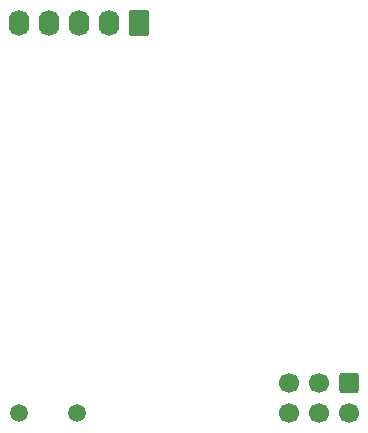
<source format=gbr>
G04 #@! TF.GenerationSoftware,KiCad,Pcbnew,7.0.10*
G04 #@! TF.CreationDate,2024-04-04T22:50:49-05:00*
G04 #@! TF.ProjectId,keychain,6b657963-6861-4696-9e2e-6b696361645f,rev?*
G04 #@! TF.SameCoordinates,Original*
G04 #@! TF.FileFunction,Soldermask,Bot*
G04 #@! TF.FilePolarity,Negative*
%FSLAX46Y46*%
G04 Gerber Fmt 4.6, Leading zero omitted, Abs format (unit mm)*
G04 Created by KiCad (PCBNEW 7.0.10) date 2024-04-04 22:50:49*
%MOMM*%
%LPD*%
G01*
G04 APERTURE LIST*
G04 Aperture macros list*
%AMRoundRect*
0 Rectangle with rounded corners*
0 $1 Rounding radius*
0 $2 $3 $4 $5 $6 $7 $8 $9 X,Y pos of 4 corners*
0 Add a 4 corners polygon primitive as box body*
4,1,4,$2,$3,$4,$5,$6,$7,$8,$9,$2,$3,0*
0 Add four circle primitives for the rounded corners*
1,1,$1+$1,$2,$3*
1,1,$1+$1,$4,$5*
1,1,$1+$1,$6,$7*
1,1,$1+$1,$8,$9*
0 Add four rect primitives between the rounded corners*
20,1,$1+$1,$2,$3,$4,$5,0*
20,1,$1+$1,$4,$5,$6,$7,0*
20,1,$1+$1,$6,$7,$8,$9,0*
20,1,$1+$1,$8,$9,$2,$3,0*%
G04 Aperture macros list end*
%ADD10RoundRect,0.250000X-0.600000X0.600000X-0.600000X-0.600000X0.600000X-0.600000X0.600000X0.600000X0*%
%ADD11C,1.700000*%
%ADD12C,1.500000*%
%ADD13RoundRect,0.250000X0.620000X0.845000X-0.620000X0.845000X-0.620000X-0.845000X0.620000X-0.845000X0*%
%ADD14O,1.740000X2.190000*%
G04 APERTURE END LIST*
D10*
G04 #@! TO.C,J3*
X154940000Y-88900000D03*
D11*
X154940000Y-91440000D03*
X152400000Y-88900000D03*
X152400000Y-91440000D03*
X149860000Y-88900000D03*
X149860000Y-91440000D03*
G04 #@! TD*
D12*
G04 #@! TO.C,Y1*
X131880000Y-91440000D03*
X127000000Y-91440000D03*
G04 #@! TD*
D13*
G04 #@! TO.C,J1*
X137160000Y-58420000D03*
D14*
X134620000Y-58420000D03*
X132080000Y-58420000D03*
X129540000Y-58420000D03*
X127000000Y-58420000D03*
G04 #@! TD*
M02*

</source>
